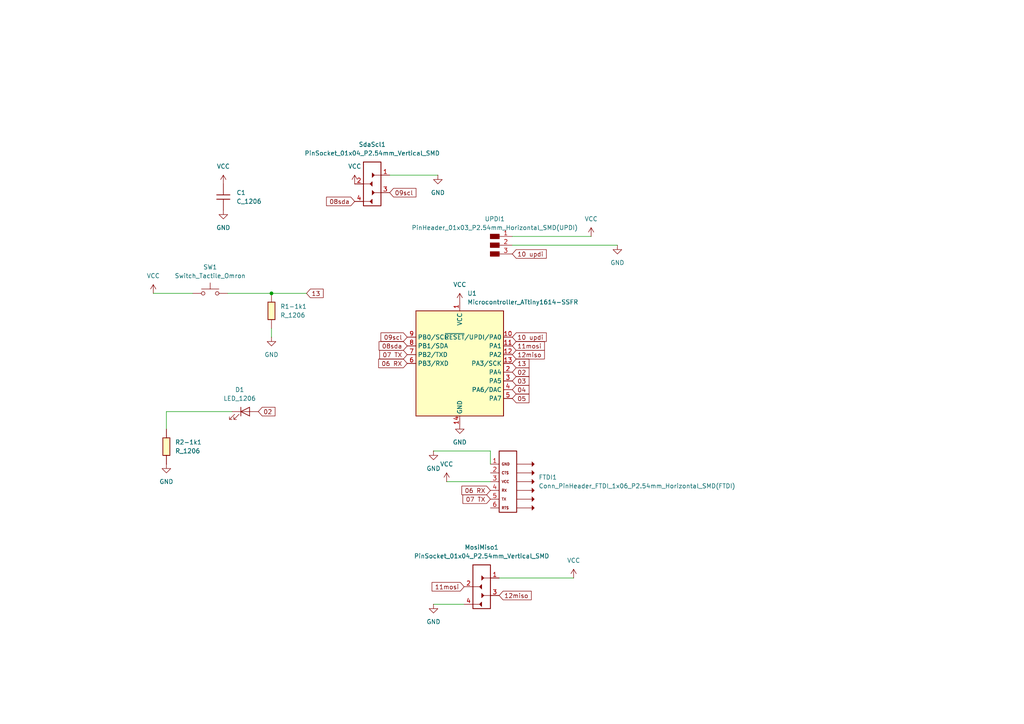
<source format=kicad_sch>
(kicad_sch
	(version 20231120)
	(generator "eeschema")
	(generator_version "8.0")
	(uuid "5e3d46d7-d67d-49e4-a236-f2b15763cdee")
	(paper "A4")
	(lib_symbols
		(symbol "fab:C_1206"
			(pin_numbers hide)
			(exclude_from_sim no)
			(in_bom yes)
			(on_board yes)
			(property "Reference" "C"
				(at 0.635 2.54 0)
				(effects
					(font
						(size 1.27 1.27)
					)
					(justify left)
				)
			)
			(property "Value" "C_1206"
				(at 0.635 -2.54 0)
				(effects
					(font
						(size 1.27 1.27)
					)
					(justify left)
				)
			)
			(property "Footprint" "fab:C_1206"
				(at 0 0 0)
				(effects
					(font
						(size 1.27 1.27)
					)
					(hide yes)
				)
			)
			(property "Datasheet" "https://www.yageo.com/upload/media/product/productsearch/datasheet/mlcc/UPY-GP_NP0_16V-to-50V_18.pdf"
				(at 0 0 0)
				(effects
					(font
						(size 1.27 1.27)
					)
					(hide yes)
				)
			)
			(property "Description" "Unpolarized capacitor, SMD, 1206"
				(at 0 0 0)
				(effects
					(font
						(size 1.27 1.27)
					)
					(hide yes)
				)
			)
			(property "ki_keywords" "cap capacitor unpolarized 1206 C GRT31CC8YA106ME01L C3216X7R1H105K160AB C3216X7R2A104K160AA CC1206CRNPO9BN1R0 CC1206JRNPO9BN100 CC1206JRNPO9BN101 CC1206KKX7RCBB102 CC1206KRX7R9BB103"
				(at 0 0 0)
				(effects
					(font
						(size 1.27 1.27)
					)
					(hide yes)
				)
			)
			(property "ki_fp_filters" "*C*"
				(at 0 0 0)
				(effects
					(font
						(size 1.27 1.27)
					)
					(hide yes)
				)
			)
			(symbol "C_1206_1_1"
				(polyline
					(pts
						(xy -1.905 -0.635) (xy 1.905 -0.635)
					)
					(stroke
						(width 0.25)
						(type default)
					)
					(fill
						(type none)
					)
				)
				(polyline
					(pts
						(xy -1.905 0.635) (xy 1.905 0.635)
					)
					(stroke
						(width 0.25)
						(type default)
					)
					(fill
						(type none)
					)
				)
				(pin passive line
					(at 0 3.81 270)
					(length 3.175)
					(name "~"
						(effects
							(font
								(size 1.27 1.27)
							)
						)
					)
					(number "1"
						(effects
							(font
								(size 1.27 1.27)
							)
						)
					)
				)
				(pin passive line
					(at 0 -3.81 90)
					(length 3.175)
					(name "~"
						(effects
							(font
								(size 1.27 1.27)
							)
						)
					)
					(number "2"
						(effects
							(font
								(size 1.27 1.27)
							)
						)
					)
				)
			)
		)
		(symbol "fab:Conn_PinHeader_FTDI_1x06_P2.54mm_Horizontal_SMD"
			(exclude_from_sim no)
			(in_bom yes)
			(on_board yes)
			(property "Reference" "J"
				(at 0 10.16 0)
				(effects
					(font
						(size 1.27 1.27)
					)
				)
			)
			(property "Value" "Conn_PinHeader_FTDI_1x06_P2.54mm_Horizontal_SMD"
				(at 0 -10.16 0)
				(effects
					(font
						(size 1.27 1.27)
					)
				)
			)
			(property "Footprint" "fab:PinHeader_01x06_P2.54mm_Horizontal_SMD"
				(at 0 0 0)
				(effects
					(font
						(size 1.27 1.27)
					)
					(hide yes)
				)
			)
			(property "Datasheet" "~"
				(at -5.08 0 0)
				(effects
					(font
						(size 1.27 1.27)
					)
					(hide yes)
				)
			)
			(property "Description" "FTDI header connector, usually used on the target board side"
				(at 0 0 0)
				(effects
					(font
						(size 1.27 1.27)
					)
					(hide yes)
				)
			)
			(property "ki_keywords" "FTDI header connector"
				(at 0 0 0)
				(effects
					(font
						(size 1.27 1.27)
					)
					(hide yes)
				)
			)
			(property "ki_fp_filters" "*PinHeader*1x06*"
				(at 0 0 0)
				(effects
					(font
						(size 1.27 1.27)
					)
					(hide yes)
				)
			)
			(symbol "Conn_PinHeader_FTDI_1x06_P2.54mm_Horizontal_SMD_0_0"
				(polyline
					(pts
						(xy 2.54 -7.62) (xy 7.62 -7.62)
					)
					(stroke
						(width 0)
						(type default)
					)
					(fill
						(type none)
					)
				)
				(polyline
					(pts
						(xy 2.54 -5.08) (xy 7.62 -5.08)
					)
					(stroke
						(width 0)
						(type default)
					)
					(fill
						(type none)
					)
				)
				(polyline
					(pts
						(xy 2.54 -2.54) (xy 7.62 -2.54)
					)
					(stroke
						(width 0)
						(type default)
					)
					(fill
						(type none)
					)
				)
				(polyline
					(pts
						(xy 2.54 0) (xy 7.62 0)
					)
					(stroke
						(width 0)
						(type default)
					)
					(fill
						(type none)
					)
				)
				(polyline
					(pts
						(xy 2.54 2.54) (xy 7.62 2.54)
					)
					(stroke
						(width 0)
						(type default)
					)
					(fill
						(type none)
					)
				)
				(polyline
					(pts
						(xy 2.54 5.08) (xy 7.62 5.08)
					)
					(stroke
						(width 0)
						(type default)
					)
					(fill
						(type none)
					)
				)
				(polyline
					(pts
						(xy 6.985 -6.985) (xy 7.62 -7.62) (xy 6.985 -8.255) (xy 6.985 -6.985)
					)
					(stroke
						(width 0)
						(type default)
					)
					(fill
						(type outline)
					)
				)
				(polyline
					(pts
						(xy 6.985 -4.445) (xy 7.62 -5.08) (xy 6.985 -5.715) (xy 6.985 -4.445)
					)
					(stroke
						(width 0)
						(type default)
					)
					(fill
						(type outline)
					)
				)
				(polyline
					(pts
						(xy 6.985 -1.905) (xy 7.62 -2.54) (xy 6.985 -3.175) (xy 6.985 -1.905)
					)
					(stroke
						(width 0)
						(type default)
					)
					(fill
						(type outline)
					)
				)
				(polyline
					(pts
						(xy 6.985 0.635) (xy 7.62 0) (xy 6.985 -0.635) (xy 6.985 0.635)
					)
					(stroke
						(width 0)
						(type default)
					)
					(fill
						(type outline)
					)
				)
				(polyline
					(pts
						(xy 6.985 3.175) (xy 7.62 2.54) (xy 6.985 1.905) (xy 6.985 3.175)
					)
					(stroke
						(width 0)
						(type default)
					)
					(fill
						(type outline)
					)
				)
				(polyline
					(pts
						(xy 6.985 5.715) (xy 7.62 5.08) (xy 6.985 4.445) (xy 6.985 5.715)
					)
					(stroke
						(width 0)
						(type default)
					)
					(fill
						(type outline)
					)
				)
				(text "CTS"
					(at -1.905 2.54 0)
					(effects
						(font
							(size 0.75 0.75)
						)
						(justify left)
					)
				)
				(text "GND"
					(at -1.905 5.08 0)
					(effects
						(font
							(size 0.75 0.75)
						)
						(justify left)
					)
				)
				(text "RTS"
					(at -1.905 -7.62 0)
					(effects
						(font
							(size 0.75 0.75)
						)
						(justify left)
					)
				)
				(text "RX"
					(at -1.905 -2.54 0)
					(effects
						(font
							(size 0.75 0.75)
						)
						(justify left)
					)
				)
				(text "TX"
					(at -1.905 -5.08 0)
					(effects
						(font
							(size 0.75 0.75)
						)
						(justify left)
					)
				)
				(text "VCC"
					(at -1.905 0 0)
					(effects
						(font
							(size 0.75 0.75)
						)
						(justify left)
					)
				)
			)
			(symbol "Conn_PinHeader_FTDI_1x06_P2.54mm_Horizontal_SMD_1_0"
				(rectangle
					(start -2.54 8.89)
					(end 2.54 -8.89)
					(stroke
						(width 0.254)
						(type default)
					)
					(fill
						(type none)
					)
				)
			)
			(symbol "Conn_PinHeader_FTDI_1x06_P2.54mm_Horizontal_SMD_1_1"
				(pin passive line
					(at -5.08 5.08 0)
					(length 2.54)
					(name ""
						(effects
							(font
								(size 1.27 1.27)
							)
						)
					)
					(number "1"
						(effects
							(font
								(size 1.27 1.27)
							)
						)
					)
				)
				(pin passive line
					(at -5.08 2.54 0)
					(length 2.54)
					(name ""
						(effects
							(font
								(size 1.27 1.27)
							)
						)
					)
					(number "2"
						(effects
							(font
								(size 1.27 1.27)
							)
						)
					)
				)
				(pin passive line
					(at -5.08 0 0)
					(length 2.54)
					(name ""
						(effects
							(font
								(size 1.27 1.27)
							)
						)
					)
					(number "3"
						(effects
							(font
								(size 1.27 1.27)
							)
						)
					)
				)
				(pin passive line
					(at -5.08 -2.54 0)
					(length 2.54)
					(name ""
						(effects
							(font
								(size 1.27 1.27)
							)
						)
					)
					(number "4"
						(effects
							(font
								(size 1.27 1.27)
							)
						)
					)
				)
				(pin passive line
					(at -5.08 -5.08 0)
					(length 2.54)
					(name ""
						(effects
							(font
								(size 1.27 1.27)
							)
						)
					)
					(number "5"
						(effects
							(font
								(size 1.27 1.27)
							)
						)
					)
				)
				(pin passive line
					(at -5.08 -7.62 0)
					(length 2.54)
					(name ""
						(effects
							(font
								(size 1.27 1.27)
							)
						)
					)
					(number "6"
						(effects
							(font
								(size 1.27 1.27)
							)
						)
					)
				)
			)
		)
		(symbol "fab:LED_1206"
			(pin_numbers hide)
			(pin_names
				(offset 1.016) hide)
			(exclude_from_sim no)
			(in_bom yes)
			(on_board yes)
			(property "Reference" "D"
				(at 0 2.54 0)
				(effects
					(font
						(size 1.27 1.27)
					)
				)
			)
			(property "Value" "LED_1206"
				(at 0 -2.54 0)
				(effects
					(font
						(size 1.27 1.27)
					)
				)
			)
			(property "Footprint" "fab:LED_1206"
				(at 0 0 0)
				(effects
					(font
						(size 1.27 1.27)
					)
					(hide yes)
				)
			)
			(property "Datasheet" "https://optoelectronics.liteon.com/upload/download/DS-22-98-0002/LTST-C150CKT.pdf"
				(at 0 0 0)
				(effects
					(font
						(size 1.27 1.27)
					)
					(hide yes)
				)
			)
			(property "Description" "Light emitting diode, Lite-On Inc. LTST, SMD"
				(at 0 0 0)
				(effects
					(font
						(size 1.27 1.27)
					)
					(hide yes)
				)
			)
			(property "ki_keywords" "LED diode 1206 SML-LX1206IC-TR SML-LX1206GC-TR 5988230107F 150120BS75000 QBLP650-IW HIR11-21C/L11/TR8"
				(at 0 0 0)
				(effects
					(font
						(size 1.27 1.27)
					)
					(hide yes)
				)
			)
			(property "ki_fp_filters" "*LED*1206*"
				(at 0 0 0)
				(effects
					(font
						(size 1.27 1.27)
					)
					(hide yes)
				)
			)
			(symbol "LED_1206_0_1"
				(polyline
					(pts
						(xy -1.27 -1.27) (xy -1.27 1.27)
					)
					(stroke
						(width 0.2032)
						(type default)
					)
					(fill
						(type none)
					)
				)
				(polyline
					(pts
						(xy -1.27 0) (xy 1.27 0)
					)
					(stroke
						(width 0)
						(type default)
					)
					(fill
						(type none)
					)
				)
				(polyline
					(pts
						(xy 1.27 -1.27) (xy 1.27 1.27) (xy -1.27 0) (xy 1.27 -1.27)
					)
					(stroke
						(width 0.2032)
						(type default)
					)
					(fill
						(type none)
					)
				)
				(polyline
					(pts
						(xy -3.048 -0.762) (xy -4.572 -2.286) (xy -3.81 -2.286) (xy -4.572 -2.286) (xy -4.572 -1.524)
					)
					(stroke
						(width 0)
						(type default)
					)
					(fill
						(type none)
					)
				)
				(polyline
					(pts
						(xy -1.778 -0.762) (xy -3.302 -2.286) (xy -2.54 -2.286) (xy -3.302 -2.286) (xy -3.302 -1.524)
					)
					(stroke
						(width 0)
						(type default)
					)
					(fill
						(type none)
					)
				)
			)
			(symbol "LED_1206_1_1"
				(pin passive line
					(at -3.81 0 0)
					(length 2.54)
					(name "K"
						(effects
							(font
								(size 1.27 1.27)
							)
						)
					)
					(number "1"
						(effects
							(font
								(size 1.27 1.27)
							)
						)
					)
				)
				(pin passive line
					(at 3.81 0 180)
					(length 2.54)
					(name "A"
						(effects
							(font
								(size 1.27 1.27)
							)
						)
					)
					(number "2"
						(effects
							(font
								(size 1.27 1.27)
							)
						)
					)
				)
			)
		)
		(symbol "fab:Microcontroller_ATtiny1614-SSFR"
			(exclude_from_sim no)
			(in_bom yes)
			(on_board yes)
			(property "Reference" "U"
				(at -12.7 17.78 0)
				(effects
					(font
						(size 1.27 1.27)
					)
					(justify left top)
				)
			)
			(property "Value" "Microcontroller_ATtiny1614-SSFR"
				(at 7.62 17.78 0)
				(effects
					(font
						(size 1.27 1.27)
					)
					(justify top)
				)
			)
			(property "Footprint" "fab:SOIC-14_3.9x8.7mm_P1.27mm"
				(at 0 0 0)
				(effects
					(font
						(size 1.27 1.27)
						(italic yes)
					)
					(hide yes)
				)
			)
			(property "Datasheet" "http://ww1.microchip.com/downloads/en/DeviceDoc/ATtiny1614-16-17-DataSheet-DS40002204A.pdf"
				(at 0 0 0)
				(effects
					(font
						(size 1.27 1.27)
					)
					(hide yes)
				)
			)
			(property "Description" "AVR tinyAVR™ 1 Microcontroller IC 8-Bit 16MHz 16KB (16K x 8) FLASH 14-SOIC"
				(at 0 0 0)
				(effects
					(font
						(size 1.27 1.27)
					)
					(hide yes)
				)
			)
			(property "ki_keywords" "avr microcontroller attiny 1614 soic 8bit 150-ATTINY1624-SSFR"
				(at 0 0 0)
				(effects
					(font
						(size 1.27 1.27)
					)
					(hide yes)
				)
			)
			(property "ki_fp_filters" "SOIC*3.9x8.7mm*P1.27mm*"
				(at 0 0 0)
				(effects
					(font
						(size 1.27 1.27)
					)
					(hide yes)
				)
			)
			(symbol "Microcontroller_ATtiny1614-SSFR_0_1"
				(rectangle
					(start -12.7 -15.24)
					(end 12.7 15.24)
					(stroke
						(width 0.254)
						(type default)
					)
					(fill
						(type background)
					)
				)
			)
			(symbol "Microcontroller_ATtiny1614-SSFR_1_1"
				(pin power_in line
					(at 0 17.78 270)
					(length 2.54)
					(name "VCC"
						(effects
							(font
								(size 1.27 1.27)
							)
						)
					)
					(number "1"
						(effects
							(font
								(size 1.27 1.27)
							)
						)
					)
				)
				(pin bidirectional line
					(at 15.24 7.62 180)
					(length 2.54)
					(name "~{RESET}/UPDI/PA0"
						(effects
							(font
								(size 1.27 1.27)
							)
						)
					)
					(number "10"
						(effects
							(font
								(size 1.27 1.27)
							)
						)
					)
				)
				(pin bidirectional line
					(at 15.24 5.08 180)
					(length 2.54)
					(name "PA1"
						(effects
							(font
								(size 1.27 1.27)
							)
						)
					)
					(number "11"
						(effects
							(font
								(size 1.27 1.27)
							)
						)
					)
				)
				(pin bidirectional line
					(at 15.24 2.54 180)
					(length 2.54)
					(name "PA2"
						(effects
							(font
								(size 1.27 1.27)
							)
						)
					)
					(number "12"
						(effects
							(font
								(size 1.27 1.27)
							)
						)
					)
				)
				(pin bidirectional line
					(at 15.24 0 180)
					(length 2.54)
					(name "PA3/SCK"
						(effects
							(font
								(size 1.27 1.27)
							)
						)
					)
					(number "13"
						(effects
							(font
								(size 1.27 1.27)
							)
						)
					)
				)
				(pin power_in line
					(at 0 -17.78 90)
					(length 2.54)
					(name "GND"
						(effects
							(font
								(size 1.27 1.27)
							)
						)
					)
					(number "14"
						(effects
							(font
								(size 1.27 1.27)
							)
						)
					)
				)
				(pin bidirectional line
					(at 15.24 -2.54 180)
					(length 2.54)
					(name "PA4"
						(effects
							(font
								(size 1.27 1.27)
							)
						)
					)
					(number "2"
						(effects
							(font
								(size 1.27 1.27)
							)
						)
					)
				)
				(pin bidirectional line
					(at 15.24 -5.08 180)
					(length 2.54)
					(name "PA5"
						(effects
							(font
								(size 1.27 1.27)
							)
						)
					)
					(number "3"
						(effects
							(font
								(size 1.27 1.27)
							)
						)
					)
				)
				(pin bidirectional line
					(at 15.24 -7.62 180)
					(length 2.54)
					(name "PA6/DAC"
						(effects
							(font
								(size 1.27 1.27)
							)
						)
					)
					(number "4"
						(effects
							(font
								(size 1.27 1.27)
							)
						)
					)
				)
				(pin bidirectional line
					(at 15.24 -10.16 180)
					(length 2.54)
					(name "PA7"
						(effects
							(font
								(size 1.27 1.27)
							)
						)
					)
					(number "5"
						(effects
							(font
								(size 1.27 1.27)
							)
						)
					)
				)
				(pin bidirectional line
					(at -15.24 0 0)
					(length 2.54)
					(name "PB3/RXD"
						(effects
							(font
								(size 1.27 1.27)
							)
						)
					)
					(number "6"
						(effects
							(font
								(size 1.27 1.27)
							)
						)
					)
				)
				(pin bidirectional line
					(at -15.24 2.54 0)
					(length 2.54)
					(name "PB2/TXD"
						(effects
							(font
								(size 1.27 1.27)
							)
						)
					)
					(number "7"
						(effects
							(font
								(size 1.27 1.27)
							)
						)
					)
				)
				(pin bidirectional line
					(at -15.24 5.08 0)
					(length 2.54)
					(name "PB1/SDA"
						(effects
							(font
								(size 1.27 1.27)
							)
						)
					)
					(number "8"
						(effects
							(font
								(size 1.27 1.27)
							)
						)
					)
				)
				(pin bidirectional line
					(at -15.24 7.62 0)
					(length 2.54)
					(name "PB0/SCL"
						(effects
							(font
								(size 1.27 1.27)
							)
						)
					)
					(number "9"
						(effects
							(font
								(size 1.27 1.27)
							)
						)
					)
				)
			)
		)
		(symbol "fab:PinHeader_01x03_P2.54mm_Horizontal_SMD"
			(pin_names hide)
			(exclude_from_sim no)
			(in_bom yes)
			(on_board yes)
			(property "Reference" "J"
				(at 0 5.08 0)
				(effects
					(font
						(size 1.27 1.27)
					)
				)
			)
			(property "Value" "PinHeader_01x03_P2.54mm_Horizontal_SMD"
				(at 0 -5.08 0)
				(effects
					(font
						(size 1.27 1.27)
					)
				)
			)
			(property "Footprint" "fab:PinHeader_01x03_P2.54mm_Horizontal_SMD"
				(at 0 0 0)
				(effects
					(font
						(size 1.27 1.27)
					)
					(hide yes)
				)
			)
			(property "Datasheet" "~"
				(at 0 0 0)
				(effects
					(font
						(size 1.27 1.27)
					)
					(hide yes)
				)
			)
			(property "Description" "Male connector, single row"
				(at 0 0 0)
				(effects
					(font
						(size 1.27 1.27)
					)
					(hide yes)
				)
			)
			(property "ki_keywords" "single row male connector"
				(at 0 0 0)
				(effects
					(font
						(size 1.27 1.27)
					)
					(hide yes)
				)
			)
			(property "ki_fp_filters" "*PinHeader*1x03*"
				(at 0 0 0)
				(effects
					(font
						(size 1.27 1.27)
					)
					(hide yes)
				)
			)
			(symbol "PinHeader_01x03_P2.54mm_Horizontal_SMD_1_1"
				(rectangle
					(start -1.27 -1.905)
					(end 1.27 -3.175)
					(stroke
						(width 0.254)
						(type default)
					)
					(fill
						(type outline)
					)
				)
				(rectangle
					(start -1.27 0.635)
					(end 1.27 -0.635)
					(stroke
						(width 0.254)
						(type default)
					)
					(fill
						(type outline)
					)
				)
				(rectangle
					(start -1.27 3.175)
					(end 1.27 1.905)
					(stroke
						(width 0.254)
						(type default)
					)
					(fill
						(type outline)
					)
				)
				(pin passive line
					(at 5.08 2.54 180)
					(length 3.81)
					(name "Pin_1"
						(effects
							(font
								(size 1.27 1.27)
							)
						)
					)
					(number "1"
						(effects
							(font
								(size 1.27 1.27)
							)
						)
					)
				)
				(pin passive line
					(at 5.08 0 180)
					(length 3.81)
					(name "Pin_2"
						(effects
							(font
								(size 1.27 1.27)
							)
						)
					)
					(number "2"
						(effects
							(font
								(size 1.27 1.27)
							)
						)
					)
				)
				(pin passive line
					(at 5.08 -2.54 180)
					(length 3.81)
					(name "Pin_3"
						(effects
							(font
								(size 1.27 1.27)
							)
						)
					)
					(number "3"
						(effects
							(font
								(size 1.27 1.27)
							)
						)
					)
				)
			)
		)
		(symbol "fab:PinSocket_01x04_P2.54mm_Vertical_SMD"
			(pin_names hide)
			(exclude_from_sim no)
			(in_bom yes)
			(on_board yes)
			(property "Reference" "J"
				(at 0 7.62 0)
				(effects
					(font
						(size 1.27 1.27)
					)
				)
			)
			(property "Value" "PinSocket_01x04_P2.54mm_Vertical_SMD"
				(at 0 -7.62 0)
				(effects
					(font
						(size 1.27 1.27)
					)
				)
			)
			(property "Footprint" "fab:PinSocket_01x04_P2.54mm_Vertical_SMD"
				(at 0 0 0)
				(effects
					(font
						(size 1.27 1.27)
					)
					(hide yes)
				)
			)
			(property "Datasheet" "https://media.digikey.com/pdf/Data%20Sheets/Sullins%20PDFs/NPxCxx1KFXx-RC%2010487-D.pdf"
				(at 0 0 0)
				(effects
					(font
						(size 1.27 1.27)
					)
					(hide yes)
				)
			)
			(property "Description" "Top or Bottom Entry Connector 0.100\" (2.54mm) Surface Mount Tin"
				(at 0 0 0)
				(effects
					(font
						(size 1.27 1.27)
					)
					(hide yes)
				)
			)
			(property "ki_keywords" "single row female connector Sullins Connector Solutions NPTC041KFXC-RC"
				(at 0 0 0)
				(effects
					(font
						(size 1.27 1.27)
					)
					(hide yes)
				)
			)
			(property "ki_fp_filters" "*PinSocket*1x04*"
				(at 0 0 0)
				(effects
					(font
						(size 1.27 1.27)
					)
					(hide yes)
				)
			)
			(symbol "PinSocket_01x04_P2.54mm_Vertical_SMD_0_0"
				(polyline
					(pts
						(xy 0 -5.08) (xy -2.54 -5.08)
					)
					(stroke
						(width 0)
						(type default)
					)
					(fill
						(type none)
					)
				)
				(polyline
					(pts
						(xy 0 0) (xy -2.54 0)
					)
					(stroke
						(width 0)
						(type default)
					)
					(fill
						(type none)
					)
				)
				(polyline
					(pts
						(xy 2.54 -2.54) (xy 0 -2.54)
					)
					(stroke
						(width 0)
						(type default)
					)
					(fill
						(type none)
					)
				)
				(polyline
					(pts
						(xy 2.54 2.54) (xy 0 2.54)
					)
					(stroke
						(width 0)
						(type default)
					)
					(fill
						(type none)
					)
				)
				(polyline
					(pts
						(xy 0 -5.715) (xy -0.635 -5.08) (xy 0 -4.445) (xy 0 -5.715)
					)
					(stroke
						(width 0)
						(type default)
					)
					(fill
						(type outline)
					)
				)
				(polyline
					(pts
						(xy 0 -3.175) (xy 0.635 -2.54) (xy 0 -1.905) (xy 0 -3.175)
					)
					(stroke
						(width 0)
						(type default)
					)
					(fill
						(type outline)
					)
				)
				(polyline
					(pts
						(xy 0 -0.635) (xy -0.635 0) (xy 0 0.635) (xy 0 -0.635)
					)
					(stroke
						(width 0)
						(type default)
					)
					(fill
						(type outline)
					)
				)
				(polyline
					(pts
						(xy 0 1.905) (xy 0.635 2.54) (xy 0 3.175) (xy 0 1.905)
					)
					(stroke
						(width 0)
						(type default)
					)
					(fill
						(type outline)
					)
				)
			)
			(symbol "PinSocket_01x04_P2.54mm_Vertical_SMD_1_0"
				(rectangle
					(start -2.54 6.35)
					(end 2.54 -6.35)
					(stroke
						(width 0.254)
						(type default)
					)
					(fill
						(type none)
					)
				)
			)
			(symbol "PinSocket_01x04_P2.54mm_Vertical_SMD_1_1"
				(pin passive line
					(at 5.08 2.54 180)
					(length 2.54)
					(name "Pin_1"
						(effects
							(font
								(size 1.27 1.27)
							)
						)
					)
					(number "1"
						(effects
							(font
								(size 1.27 1.27)
							)
						)
					)
				)
				(pin passive line
					(at -5.08 0 0)
					(length 2.54)
					(name "Pin_2"
						(effects
							(font
								(size 1.27 1.27)
							)
						)
					)
					(number "2"
						(effects
							(font
								(size 1.27 1.27)
							)
						)
					)
				)
				(pin passive line
					(at 5.08 -2.54 180)
					(length 2.54)
					(name "Pin_1"
						(effects
							(font
								(size 1.27 1.27)
							)
						)
					)
					(number "3"
						(effects
							(font
								(size 1.27 1.27)
							)
						)
					)
				)
				(pin passive line
					(at -5.08 -5.08 0)
					(length 2.54)
					(name "Pin_2"
						(effects
							(font
								(size 1.27 1.27)
							)
						)
					)
					(number "4"
						(effects
							(font
								(size 1.27 1.27)
							)
						)
					)
				)
			)
		)
		(symbol "fab:R_1206"
			(pin_numbers hide)
			(pin_names
				(offset 0)
			)
			(exclude_from_sim no)
			(in_bom yes)
			(on_board yes)
			(property "Reference" "R"
				(at 2.54 0 90)
				(effects
					(font
						(size 1.27 1.27)
					)
				)
			)
			(property "Value" "R_1206"
				(at -2.54 0 90)
				(effects
					(font
						(size 1.27 1.27)
					)
				)
			)
			(property "Footprint" "fab:R_1206"
				(at 0 0 90)
				(effects
					(font
						(size 1.27 1.27)
					)
					(hide yes)
				)
			)
			(property "Datasheet" "~"
				(at 0 0 0)
				(effects
					(font
						(size 1.27 1.27)
					)
					(hide yes)
				)
			)
			(property "Description" "Resistor"
				(at 0 0 0)
				(effects
					(font
						(size 1.27 1.27)
					)
					(hide yes)
				)
			)
			(property "ki_keywords" "R res resistor RC1206FR-074M99L RC1206FR-07499KL RC1206FR-0749K9L RC1206FR-0749R9L RC1206FR-074R99L ERJ-8BWJR100V RC1206FR-070RL RC1206FR-071RL RC1206FR-0710RL RC1206FR-07100RL RC1206FR-07499RL RC1206FR-071KL RC1206FR-074K99L RC1206FR-0710KL RC1206FR-07100KL RC1206FR-071ML RC1206FR-0710ML PT1206FR-070R1L"
				(at 0 0 0)
				(effects
					(font
						(size 1.27 1.27)
					)
					(hide yes)
				)
			)
			(property "ki_fp_filters" "*R*1206*"
				(at 0 0 0)
				(effects
					(font
						(size 1.27 1.27)
					)
					(hide yes)
				)
			)
			(symbol "R_1206_0_1"
				(rectangle
					(start -1.016 -2.54)
					(end 1.016 2.54)
					(stroke
						(width 0.254)
						(type default)
					)
					(fill
						(type background)
					)
				)
			)
			(symbol "R_1206_1_1"
				(pin passive line
					(at 0 5.08 270)
					(length 2.54)
					(name "~"
						(effects
							(font
								(size 1.27 1.27)
							)
						)
					)
					(number "1"
						(effects
							(font
								(size 1.27 1.27)
							)
						)
					)
				)
				(pin passive line
					(at 0 -5.08 90)
					(length 2.54)
					(name "~"
						(effects
							(font
								(size 1.27 1.27)
							)
						)
					)
					(number "2"
						(effects
							(font
								(size 1.27 1.27)
							)
						)
					)
				)
			)
		)
		(symbol "fab:Switch_Tactile_Omron"
			(pin_numbers hide)
			(pin_names
				(offset 1.016) hide)
			(exclude_from_sim no)
			(in_bom yes)
			(on_board yes)
			(property "Reference" "SW"
				(at 1.27 2.54 0)
				(effects
					(font
						(size 1.27 1.27)
					)
					(justify left)
				)
			)
			(property "Value" "Switch_Tactile_Omron"
				(at 0 -1.524 0)
				(effects
					(font
						(size 1.27 1.27)
					)
				)
			)
			(property "Footprint" "fab:Button_Omron_B3SN_6.0x6.0mm"
				(at 0 0 0)
				(effects
					(font
						(size 1.27 1.27)
					)
					(hide yes)
				)
			)
			(property "Datasheet" "https://omronfs.omron.com/en_US/ecb/products/pdf/en-b3sn.pdf"
				(at 0 0 0)
				(effects
					(font
						(size 1.27 1.27)
					)
					(hide yes)
				)
			)
			(property "Description" "Push button switch, Omron, B3SN, Sealed Tactile Switch (SMT), SPST-NO Top Actuated Surface Mount"
				(at 0 0 0)
				(effects
					(font
						(size 1.27 1.27)
					)
					(hide yes)
				)
			)
			(property "ki_keywords" "switch normally-open pushbutton push-button button tactile spst single pole single throw B3SN-3112P"
				(at 0 0 0)
				(effects
					(font
						(size 1.27 1.27)
					)
					(hide yes)
				)
			)
			(property "ki_fp_filters" "*Button*"
				(at 0 0 0)
				(effects
					(font
						(size 1.27 1.27)
					)
					(hide yes)
				)
			)
			(symbol "Switch_Tactile_Omron_0_1"
				(circle
					(center -2.032 0)
					(radius 0.508)
					(stroke
						(width 0)
						(type default)
					)
					(fill
						(type none)
					)
				)
				(polyline
					(pts
						(xy 0 1.27) (xy 0 3.048)
					)
					(stroke
						(width 0)
						(type default)
					)
					(fill
						(type none)
					)
				)
				(polyline
					(pts
						(xy 2.54 1.27) (xy -2.54 1.27)
					)
					(stroke
						(width 0)
						(type default)
					)
					(fill
						(type none)
					)
				)
				(circle
					(center 2.032 0)
					(radius 0.508)
					(stroke
						(width 0)
						(type default)
					)
					(fill
						(type none)
					)
				)
				(pin passive line
					(at -5.08 0 0)
					(length 2.54)
					(name "1"
						(effects
							(font
								(size 1.27 1.27)
							)
						)
					)
					(number "1"
						(effects
							(font
								(size 1.27 1.27)
							)
						)
					)
				)
				(pin passive line
					(at 5.08 0 180)
					(length 2.54)
					(name "2"
						(effects
							(font
								(size 1.27 1.27)
							)
						)
					)
					(number "2"
						(effects
							(font
								(size 1.27 1.27)
							)
						)
					)
				)
			)
		)
		(symbol "power:GND"
			(power)
			(pin_numbers hide)
			(pin_names
				(offset 0) hide)
			(exclude_from_sim no)
			(in_bom yes)
			(on_board yes)
			(property "Reference" "#PWR"
				(at 0 -6.35 0)
				(effects
					(font
						(size 1.27 1.27)
					)
					(hide yes)
				)
			)
			(property "Value" "GND"
				(at 0 -3.81 0)
				(effects
					(font
						(size 1.27 1.27)
					)
				)
			)
			(property "Footprint" ""
				(at 0 0 0)
				(effects
					(font
						(size 1.27 1.27)
					)
					(hide yes)
				)
			)
			(property "Datasheet" ""
				(at 0 0 0)
				(effects
					(font
						(size 1.27 1.27)
					)
					(hide yes)
				)
			)
			(property "Description" "Power symbol creates a global label with name \"GND\" , ground"
				(at 0 0 0)
				(effects
					(font
						(size 1.27 1.27)
					)
					(hide yes)
				)
			)
			(property "ki_keywords" "global power"
				(at 0 0 0)
				(effects
					(font
						(size 1.27 1.27)
					)
					(hide yes)
				)
			)
			(symbol "GND_0_1"
				(polyline
					(pts
						(xy 0 0) (xy 0 -1.27) (xy 1.27 -1.27) (xy 0 -2.54) (xy -1.27 -1.27) (xy 0 -1.27)
					)
					(stroke
						(width 0)
						(type default)
					)
					(fill
						(type none)
					)
				)
			)
			(symbol "GND_1_1"
				(pin power_in line
					(at 0 0 270)
					(length 0)
					(name "~"
						(effects
							(font
								(size 1.27 1.27)
							)
						)
					)
					(number "1"
						(effects
							(font
								(size 1.27 1.27)
							)
						)
					)
				)
			)
		)
		(symbol "power:VCC"
			(power)
			(pin_numbers hide)
			(pin_names
				(offset 0) hide)
			(exclude_from_sim no)
			(in_bom yes)
			(on_board yes)
			(property "Reference" "#PWR"
				(at 0 -3.81 0)
				(effects
					(font
						(size 1.27 1.27)
					)
					(hide yes)
				)
			)
			(property "Value" "VCC"
				(at 0 3.556 0)
				(effects
					(font
						(size 1.27 1.27)
					)
				)
			)
			(property "Footprint" ""
				(at 0 0 0)
				(effects
					(font
						(size 1.27 1.27)
					)
					(hide yes)
				)
			)
			(property "Datasheet" ""
				(at 0 0 0)
				(effects
					(font
						(size 1.27 1.27)
					)
					(hide yes)
				)
			)
			(property "Description" "Power symbol creates a global label with name \"VCC\""
				(at 0 0 0)
				(effects
					(font
						(size 1.27 1.27)
					)
					(hide yes)
				)
			)
			(property "ki_keywords" "global power"
				(at 0 0 0)
				(effects
					(font
						(size 1.27 1.27)
					)
					(hide yes)
				)
			)
			(symbol "VCC_0_1"
				(polyline
					(pts
						(xy -0.762 1.27) (xy 0 2.54)
					)
					(stroke
						(width 0)
						(type default)
					)
					(fill
						(type none)
					)
				)
				(polyline
					(pts
						(xy 0 0) (xy 0 2.54)
					)
					(stroke
						(width 0)
						(type default)
					)
					(fill
						(type none)
					)
				)
				(polyline
					(pts
						(xy 0 2.54) (xy 0.762 1.27)
					)
					(stroke
						(width 0)
						(type default)
					)
					(fill
						(type none)
					)
				)
			)
			(symbol "VCC_1_1"
				(pin power_in line
					(at 0 0 90)
					(length 0)
					(name "~"
						(effects
							(font
								(size 1.27 1.27)
							)
						)
					)
					(number "1"
						(effects
							(font
								(size 1.27 1.27)
							)
						)
					)
				)
			)
		)
	)
	(junction
		(at 78.74 85.09)
		(diameter 0)
		(color 0 0 0 0)
		(uuid "467415ba-bf17-4e0e-b746-843b6a73268a")
	)
	(wire
		(pts
			(xy 148.59 71.12) (xy 179.07 71.12)
		)
		(stroke
			(width 0)
			(type default)
		)
		(uuid "2899f5b5-9dea-4512-a965-0b4de280908b")
	)
	(wire
		(pts
			(xy 66.04 85.09) (xy 78.74 85.09)
		)
		(stroke
			(width 0)
			(type default)
		)
		(uuid "2f1e37f7-38cc-49bc-ae1b-40585417c759")
	)
	(wire
		(pts
			(xy 78.74 95.25) (xy 78.74 97.79)
		)
		(stroke
			(width 0)
			(type default)
		)
		(uuid "32538aae-f17e-4b68-85d2-03ac37a90401")
	)
	(wire
		(pts
			(xy 129.54 139.7) (xy 142.24 139.7)
		)
		(stroke
			(width 0)
			(type default)
		)
		(uuid "33e4af21-d1a7-4db7-92b5-b9f0d2544b6e")
	)
	(wire
		(pts
			(xy 142.24 130.81) (xy 142.24 134.62)
		)
		(stroke
			(width 0)
			(type default)
		)
		(uuid "34a6a82e-95bf-4b62-b09d-25c2169d48ab")
	)
	(wire
		(pts
			(xy 125.73 130.81) (xy 142.24 130.81)
		)
		(stroke
			(width 0)
			(type default)
		)
		(uuid "4669c7a1-6400-4940-ab84-63d3e7ca1723")
	)
	(wire
		(pts
			(xy 144.78 167.64) (xy 166.37 167.64)
		)
		(stroke
			(width 0)
			(type default)
		)
		(uuid "46fa4157-8c06-4164-9561-95d8c9dbd36f")
	)
	(wire
		(pts
			(xy 48.26 119.38) (xy 67.31 119.38)
		)
		(stroke
			(width 0)
			(type default)
		)
		(uuid "642f017a-7ed4-49ad-a986-8b428fcad501")
	)
	(wire
		(pts
			(xy 48.26 124.46) (xy 48.26 119.38)
		)
		(stroke
			(width 0)
			(type default)
		)
		(uuid "ab04b664-0041-4f97-acb5-95e3e94d0abc")
	)
	(wire
		(pts
			(xy 125.73 175.26) (xy 134.62 175.26)
		)
		(stroke
			(width 0)
			(type default)
		)
		(uuid "b5d378b3-ee78-4b94-927f-ed069f20bc83")
	)
	(wire
		(pts
			(xy 78.74 85.09) (xy 88.9 85.09)
		)
		(stroke
			(width 0)
			(type default)
		)
		(uuid "c58269d3-4600-42e2-ac55-6dd0c7749aeb")
	)
	(wire
		(pts
			(xy 44.45 85.09) (xy 55.88 85.09)
		)
		(stroke
			(width 0)
			(type default)
		)
		(uuid "db0504e5-81af-4691-b515-4f19a3b24efc")
	)
	(wire
		(pts
			(xy 148.59 68.58) (xy 171.45 68.58)
		)
		(stroke
			(width 0)
			(type default)
		)
		(uuid "dc93c0cf-767a-4cdd-b1eb-514b33767a7d")
	)
	(wire
		(pts
			(xy 113.03 50.8) (xy 127 50.8)
		)
		(stroke
			(width 0)
			(type default)
		)
		(uuid "eeed2de8-1ccc-40aa-a570-f6455a995d7f")
	)
	(global_label "07 TX"
		(shape input)
		(at 142.24 144.78 180)
		(fields_autoplaced yes)
		(effects
			(font
				(size 1.27 1.27)
			)
			(justify right)
		)
		(uuid "028295db-f15a-47b9-b73e-22e724acf8f7")
		(property "Intersheetrefs" "${INTERSHEET_REFS}"
			(at 133.6911 144.78 0)
			(effects
				(font
					(size 1.27 1.27)
				)
				(justify right)
				(hide yes)
			)
		)
	)
	(global_label "12miso"
		(shape input)
		(at 144.78 172.72 0)
		(fields_autoplaced yes)
		(effects
			(font
				(size 1.27 1.27)
			)
			(justify left)
		)
		(uuid "21881f8c-b059-477e-a9d8-982d02c22484")
		(property "Intersheetrefs" "${INTERSHEET_REFS}"
			(at 154.6594 172.72 0)
			(effects
				(font
					(size 1.27 1.27)
				)
				(justify left)
				(hide yes)
			)
		)
	)
	(global_label "11mosi"
		(shape input)
		(at 134.62 170.18 180)
		(fields_autoplaced yes)
		(effects
			(font
				(size 1.27 1.27)
			)
			(justify right)
		)
		(uuid "259de7d3-e1c8-4769-a182-c54860674841")
		(property "Intersheetrefs" "${INTERSHEET_REFS}"
			(at 124.7406 170.18 0)
			(effects
				(font
					(size 1.27 1.27)
				)
				(justify right)
				(hide yes)
			)
		)
	)
	(global_label "08sda"
		(shape input)
		(at 118.11 100.33 180)
		(fields_autoplaced yes)
		(effects
			(font
				(size 1.27 1.27)
			)
			(justify right)
		)
		(uuid "2ca98078-3a3b-4717-b207-65401c3e9d08")
		(property "Intersheetrefs" "${INTERSHEET_REFS}"
			(at 109.3797 100.33 0)
			(effects
				(font
					(size 1.27 1.27)
				)
				(justify right)
				(hide yes)
			)
		)
	)
	(global_label "10 updi"
		(shape input)
		(at 148.59 97.79 0)
		(fields_autoplaced yes)
		(effects
			(font
				(size 1.27 1.27)
			)
			(justify left)
		)
		(uuid "2db77459-f94a-4911-8a2c-248d7140ff8c")
		(property "Intersheetrefs" "${INTERSHEET_REFS}"
			(at 159.0136 97.79 0)
			(effects
				(font
					(size 1.27 1.27)
				)
				(justify left)
				(hide yes)
			)
		)
	)
	(global_label "02"
		(shape input)
		(at 148.59 107.95 0)
		(fields_autoplaced yes)
		(effects
			(font
				(size 1.27 1.27)
			)
			(justify left)
		)
		(uuid "3524a3d4-514d-4e82-bd1e-2cd6dcb63ea8")
		(property "Intersheetrefs" "${INTERSHEET_REFS}"
			(at 153.9942 107.95 0)
			(effects
				(font
					(size 1.27 1.27)
				)
				(justify left)
				(hide yes)
			)
		)
	)
	(global_label "03"
		(shape input)
		(at 148.59 110.49 0)
		(fields_autoplaced yes)
		(effects
			(font
				(size 1.27 1.27)
			)
			(justify left)
		)
		(uuid "3de51c3a-64ac-466d-910d-79e9d722f8eb")
		(property "Intersheetrefs" "${INTERSHEET_REFS}"
			(at 153.9942 110.49 0)
			(effects
				(font
					(size 1.27 1.27)
				)
				(justify left)
				(hide yes)
			)
		)
	)
	(global_label "06 RX"
		(shape input)
		(at 142.24 142.24 180)
		(fields_autoplaced yes)
		(effects
			(font
				(size 1.27 1.27)
			)
			(justify right)
		)
		(uuid "414d474d-0376-4e08-9097-eaf944367983")
		(property "Intersheetrefs" "${INTERSHEET_REFS}"
			(at 133.3887 142.24 0)
			(effects
				(font
					(size 1.27 1.27)
				)
				(justify right)
				(hide yes)
			)
		)
	)
	(global_label "12miso"
		(shape input)
		(at 148.59 102.87 0)
		(fields_autoplaced yes)
		(effects
			(font
				(size 1.27 1.27)
			)
			(justify left)
		)
		(uuid "4805a988-faa2-4211-9977-c7084c359d47")
		(property "Intersheetrefs" "${INTERSHEET_REFS}"
			(at 158.4694 102.87 0)
			(effects
				(font
					(size 1.27 1.27)
				)
				(justify left)
				(hide yes)
			)
		)
	)
	(global_label "10 updi"
		(shape input)
		(at 148.59 73.66 0)
		(fields_autoplaced yes)
		(effects
			(font
				(size 1.27 1.27)
			)
			(justify left)
		)
		(uuid "6925af8f-fadc-4b96-bb00-c144720050e3")
		(property "Intersheetrefs" "${INTERSHEET_REFS}"
			(at 159.0136 73.66 0)
			(effects
				(font
					(size 1.27 1.27)
				)
				(justify left)
				(hide yes)
			)
		)
	)
	(global_label "02"
		(shape input)
		(at 74.93 119.38 0)
		(fields_autoplaced yes)
		(effects
			(font
				(size 1.27 1.27)
			)
			(justify left)
		)
		(uuid "7ab1fd8e-8d84-40da-8be3-fc563f8f4db5")
		(property "Intersheetrefs" "${INTERSHEET_REFS}"
			(at 80.3342 119.38 0)
			(effects
				(font
					(size 1.27 1.27)
				)
				(justify left)
				(hide yes)
			)
		)
	)
	(global_label "07 TX"
		(shape input)
		(at 118.11 102.87 180)
		(fields_autoplaced yes)
		(effects
			(font
				(size 1.27 1.27)
			)
			(justify right)
		)
		(uuid "84eec547-d022-4588-bc53-a74c565f4ee4")
		(property "Intersheetrefs" "${INTERSHEET_REFS}"
			(at 109.5611 102.87 0)
			(effects
				(font
					(size 1.27 1.27)
				)
				(justify right)
				(hide yes)
			)
		)
	)
	(global_label "11mosi"
		(shape input)
		(at 148.59 100.33 0)
		(fields_autoplaced yes)
		(effects
			(font
				(size 1.27 1.27)
			)
			(justify left)
		)
		(uuid "8e22036e-c0dc-45c5-9a04-3916472d42b5")
		(property "Intersheetrefs" "${INTERSHEET_REFS}"
			(at 158.4694 100.33 0)
			(effects
				(font
					(size 1.27 1.27)
				)
				(justify left)
				(hide yes)
			)
		)
	)
	(global_label "09scl"
		(shape input)
		(at 118.11 97.79 180)
		(fields_autoplaced yes)
		(effects
			(font
				(size 1.27 1.27)
			)
			(justify right)
		)
		(uuid "9b9a1458-feb4-4284-b101-93a884e97d6e")
		(property "Intersheetrefs" "${INTERSHEET_REFS}"
			(at 109.9239 97.79 0)
			(effects
				(font
					(size 1.27 1.27)
				)
				(justify right)
				(hide yes)
			)
		)
	)
	(global_label "08sda"
		(shape input)
		(at 102.87 58.42 180)
		(fields_autoplaced yes)
		(effects
			(font
				(size 1.27 1.27)
			)
			(justify right)
		)
		(uuid "9dfbbd41-ffc9-40aa-a75a-2a21e66800d3")
		(property "Intersheetrefs" "${INTERSHEET_REFS}"
			(at 94.1397 58.42 0)
			(effects
				(font
					(size 1.27 1.27)
				)
				(justify right)
				(hide yes)
			)
		)
	)
	(global_label "09scl"
		(shape input)
		(at 113.03 55.88 0)
		(fields_autoplaced yes)
		(effects
			(font
				(size 1.27 1.27)
			)
			(justify left)
		)
		(uuid "aa700e22-889f-4c3b-992f-6427549ffc99")
		(property "Intersheetrefs" "${INTERSHEET_REFS}"
			(at 121.2161 55.88 0)
			(effects
				(font
					(size 1.27 1.27)
				)
				(justify left)
				(hide yes)
			)
		)
	)
	(global_label "05"
		(shape input)
		(at 148.59 115.57 0)
		(fields_autoplaced yes)
		(effects
			(font
				(size 1.27 1.27)
			)
			(justify left)
		)
		(uuid "b59e6d2a-1655-4f7d-92bd-e4032b9d58db")
		(property "Intersheetrefs" "${INTERSHEET_REFS}"
			(at 153.9942 115.57 0)
			(effects
				(font
					(size 1.27 1.27)
				)
				(justify left)
				(hide yes)
			)
		)
	)
	(global_label "06 RX"
		(shape input)
		(at 118.11 105.41 180)
		(fields_autoplaced yes)
		(effects
			(font
				(size 1.27 1.27)
			)
			(justify right)
		)
		(uuid "d08b9040-541c-40fa-b370-793e4a216897")
		(property "Intersheetrefs" "${INTERSHEET_REFS}"
			(at 109.2587 105.41 0)
			(effects
				(font
					(size 1.27 1.27)
				)
				(justify right)
				(hide yes)
			)
		)
	)
	(global_label "13"
		(shape input)
		(at 148.59 105.41 0)
		(fields_autoplaced yes)
		(effects
			(font
				(size 1.27 1.27)
			)
			(justify left)
		)
		(uuid "e521951e-32e4-4d4e-a328-28a4b767379b")
		(property "Intersheetrefs" "${INTERSHEET_REFS}"
			(at 153.9942 105.41 0)
			(effects
				(font
					(size 1.27 1.27)
				)
				(justify left)
				(hide yes)
			)
		)
	)
	(global_label "04"
		(shape input)
		(at 148.59 113.03 0)
		(fields_autoplaced yes)
		(effects
			(font
				(size 1.27 1.27)
			)
			(justify left)
		)
		(uuid "e63c246d-6de1-4d09-8823-7f40a278c26a")
		(property "Intersheetrefs" "${INTERSHEET_REFS}"
			(at 153.9942 113.03 0)
			(effects
				(font
					(size 1.27 1.27)
				)
				(justify left)
				(hide yes)
			)
		)
	)
	(global_label "13"
		(shape input)
		(at 88.9 85.09 0)
		(fields_autoplaced yes)
		(effects
			(font
				(size 1.27 1.27)
			)
			(justify left)
		)
		(uuid "eabbad15-71cc-4699-b43f-5f722f23890b")
		(property "Intersheetrefs" "${INTERSHEET_REFS}"
			(at 94.3042 85.09 0)
			(effects
				(font
					(size 1.27 1.27)
				)
				(justify left)
				(hide yes)
			)
		)
	)
	(symbol
		(lib_id "power:GND")
		(at 125.73 175.26 0)
		(unit 1)
		(exclude_from_sim no)
		(in_bom yes)
		(on_board yes)
		(dnp no)
		(fields_autoplaced yes)
		(uuid "006e99e2-dd86-40ee-886b-c1a641d6c687")
		(property "Reference" "#PWR017"
			(at 125.73 181.61 0)
			(effects
				(font
					(size 1.27 1.27)
				)
				(hide yes)
			)
		)
		(property "Value" "GND"
			(at 125.73 180.34 0)
			(effects
				(font
					(size 1.27 1.27)
				)
			)
		)
		(property "Footprint" ""
			(at 125.73 175.26 0)
			(effects
				(font
					(size 1.27 1.27)
				)
				(hide yes)
			)
		)
		(property "Datasheet" ""
			(at 125.73 175.26 0)
			(effects
				(font
					(size 1.27 1.27)
				)
				(hide yes)
			)
		)
		(property "Description" "Power symbol creates a global label with name \"GND\" , ground"
			(at 125.73 175.26 0)
			(effects
				(font
					(size 1.27 1.27)
				)
				(hide yes)
			)
		)
		(pin "1"
			(uuid "eac2c53f-1832-4b78-ad09-7bbad2682006")
		)
		(instances
			(project "finalrebuild"
				(path "/5e3d46d7-d67d-49e4-a236-f2b15763cdee"
					(reference "#PWR017")
					(unit 1)
				)
			)
		)
	)
	(symbol
		(lib_id "fab:Switch_Tactile_Omron")
		(at 60.96 85.09 0)
		(unit 1)
		(exclude_from_sim no)
		(in_bom yes)
		(on_board yes)
		(dnp no)
		(fields_autoplaced yes)
		(uuid "08b3dd8f-4956-4218-8e3a-c74dce98f37e")
		(property "Reference" "SW1"
			(at 60.96 77.47 0)
			(effects
				(font
					(size 1.27 1.27)
				)
			)
		)
		(property "Value" "Switch_Tactile_Omron"
			(at 60.96 80.01 0)
			(effects
				(font
					(size 1.27 1.27)
				)
			)
		)
		(property "Footprint" "fabp:Button_Omron_B3SN_6.0x6.0mm"
			(at 60.96 85.09 0)
			(effects
				(font
					(size 1.27 1.27)
				)
				(hide yes)
			)
		)
		(property "Datasheet" "https://omronfs.omron.com/en_US/ecb/products/pdf/en-b3sn.pdf"
			(at 60.96 85.09 0)
			(effects
				(font
					(size 1.27 1.27)
				)
				(hide yes)
			)
		)
		(property "Description" "Push button switch, Omron, B3SN, Sealed Tactile Switch (SMT), SPST-NO Top Actuated Surface Mount"
			(at 60.96 85.09 0)
			(effects
				(font
					(size 1.27 1.27)
				)
				(hide yes)
			)
		)
		(pin "2"
			(uuid "db35614e-5359-4951-9286-d57c7dfdce73")
		)
		(pin "1"
			(uuid "22d802ee-2809-4d46-99cf-5944425af0db")
		)
		(instances
			(project ""
				(path "/5e3d46d7-d67d-49e4-a236-f2b15763cdee"
					(reference "SW1")
					(unit 1)
				)
			)
		)
	)
	(symbol
		(lib_id "fab:R_1206")
		(at 48.26 129.54 0)
		(unit 1)
		(exclude_from_sim no)
		(in_bom yes)
		(on_board yes)
		(dnp no)
		(fields_autoplaced yes)
		(uuid "0f34a40c-fd6d-475d-bf17-f10b52f7763f")
		(property "Reference" "R2-1k1"
			(at 50.8 128.2699 0)
			(effects
				(font
					(size 1.27 1.27)
				)
				(justify left)
			)
		)
		(property "Value" "R_1206"
			(at 50.8 130.8099 0)
			(effects
				(font
					(size 1.27 1.27)
				)
				(justify left)
			)
		)
		(property "Footprint" "fabp:R_1206"
			(at 48.26 129.54 90)
			(effects
				(font
					(size 1.27 1.27)
				)
				(hide yes)
			)
		)
		(property "Datasheet" "~"
			(at 48.26 129.54 0)
			(effects
				(font
					(size 1.27 1.27)
				)
				(hide yes)
			)
		)
		(property "Description" "Resistor"
			(at 48.26 129.54 0)
			(effects
				(font
					(size 1.27 1.27)
				)
				(hide yes)
			)
		)
		(pin "2"
			(uuid "5e975411-e514-4a6e-af93-ef79f8e53cbd")
		)
		(pin "1"
			(uuid "32387fa6-ef3b-4b69-8221-232a1ca3b605")
		)
		(instances
			(project "finalrebuild"
				(path "/5e3d46d7-d67d-49e4-a236-f2b15763cdee"
					(reference "R2-1k1")
					(unit 1)
				)
			)
		)
	)
	(symbol
		(lib_id "power:GND")
		(at 64.77 60.96 0)
		(unit 1)
		(exclude_from_sim no)
		(in_bom yes)
		(on_board yes)
		(dnp no)
		(fields_autoplaced yes)
		(uuid "10e5b1a9-1315-427c-add7-8f97de6b1828")
		(property "Reference" "#PWR05"
			(at 64.77 67.31 0)
			(effects
				(font
					(size 1.27 1.27)
				)
				(hide yes)
			)
		)
		(property "Value" "GND"
			(at 64.77 66.04 0)
			(effects
				(font
					(size 1.27 1.27)
				)
			)
		)
		(property "Footprint" ""
			(at 64.77 60.96 0)
			(effects
				(font
					(size 1.27 1.27)
				)
				(hide yes)
			)
		)
		(property "Datasheet" ""
			(at 64.77 60.96 0)
			(effects
				(font
					(size 1.27 1.27)
				)
				(hide yes)
			)
		)
		(property "Description" "Power symbol creates a global label with name \"GND\" , ground"
			(at 64.77 60.96 0)
			(effects
				(font
					(size 1.27 1.27)
				)
				(hide yes)
			)
		)
		(pin "1"
			(uuid "957e0346-58d1-4be0-a0f9-63ade580a9bf")
		)
		(instances
			(project "finalrebuild"
				(path "/5e3d46d7-d67d-49e4-a236-f2b15763cdee"
					(reference "#PWR05")
					(unit 1)
				)
			)
		)
	)
	(symbol
		(lib_id "power:GND")
		(at 78.74 97.79 0)
		(unit 1)
		(exclude_from_sim no)
		(in_bom yes)
		(on_board yes)
		(dnp no)
		(fields_autoplaced yes)
		(uuid "10f019cb-e59d-4c64-be77-685044838cfd")
		(property "Reference" "#PWR011"
			(at 78.74 104.14 0)
			(effects
				(font
					(size 1.27 1.27)
				)
				(hide yes)
			)
		)
		(property "Value" "GND"
			(at 78.74 102.87 0)
			(effects
				(font
					(size 1.27 1.27)
				)
			)
		)
		(property "Footprint" ""
			(at 78.74 97.79 0)
			(effects
				(font
					(size 1.27 1.27)
				)
				(hide yes)
			)
		)
		(property "Datasheet" ""
			(at 78.74 97.79 0)
			(effects
				(font
					(size 1.27 1.27)
				)
				(hide yes)
			)
		)
		(property "Description" "Power symbol creates a global label with name \"GND\" , ground"
			(at 78.74 97.79 0)
			(effects
				(font
					(size 1.27 1.27)
				)
				(hide yes)
			)
		)
		(pin "1"
			(uuid "aa0908ce-e5e1-40fa-8f9b-21edf12b955e")
		)
		(instances
			(project "finalrebuild"
				(path "/5e3d46d7-d67d-49e4-a236-f2b15763cdee"
					(reference "#PWR011")
					(unit 1)
				)
			)
		)
	)
	(symbol
		(lib_id "power:GND")
		(at 127 50.8 0)
		(unit 1)
		(exclude_from_sim no)
		(in_bom yes)
		(on_board yes)
		(dnp no)
		(fields_autoplaced yes)
		(uuid "11553ef2-5fd9-46d1-844b-0ab8219960fe")
		(property "Reference" "#PWR06"
			(at 127 57.15 0)
			(effects
				(font
					(size 1.27 1.27)
				)
				(hide yes)
			)
		)
		(property "Value" "GND"
			(at 127 55.88 0)
			(effects
				(font
					(size 1.27 1.27)
				)
			)
		)
		(property "Footprint" ""
			(at 127 50.8 0)
			(effects
				(font
					(size 1.27 1.27)
				)
				(hide yes)
			)
		)
		(property "Datasheet" ""
			(at 127 50.8 0)
			(effects
				(font
					(size 1.27 1.27)
				)
				(hide yes)
			)
		)
		(property "Description" "Power symbol creates a global label with name \"GND\" , ground"
			(at 127 50.8 0)
			(effects
				(font
					(size 1.27 1.27)
				)
				(hide yes)
			)
		)
		(pin "1"
			(uuid "2a4c9ead-35b4-43ae-8122-127b9997e3f4")
		)
		(instances
			(project "finalrebuild"
				(path "/5e3d46d7-d67d-49e4-a236-f2b15763cdee"
					(reference "#PWR06")
					(unit 1)
				)
			)
		)
	)
	(symbol
		(lib_id "power:GND")
		(at 125.73 130.81 0)
		(unit 1)
		(exclude_from_sim no)
		(in_bom yes)
		(on_board yes)
		(dnp no)
		(fields_autoplaced yes)
		(uuid "15d0052b-6985-4738-9fc0-eac94ced05fc")
		(property "Reference" "#PWR03"
			(at 125.73 137.16 0)
			(effects
				(font
					(size 1.27 1.27)
				)
				(hide yes)
			)
		)
		(property "Value" "GND"
			(at 125.73 135.89 0)
			(effects
				(font
					(size 1.27 1.27)
				)
			)
		)
		(property "Footprint" ""
			(at 125.73 130.81 0)
			(effects
				(font
					(size 1.27 1.27)
				)
				(hide yes)
			)
		)
		(property "Datasheet" ""
			(at 125.73 130.81 0)
			(effects
				(font
					(size 1.27 1.27)
				)
				(hide yes)
			)
		)
		(property "Description" "Power symbol creates a global label with name \"GND\" , ground"
			(at 125.73 130.81 0)
			(effects
				(font
					(size 1.27 1.27)
				)
				(hide yes)
			)
		)
		(pin "1"
			(uuid "6608473d-d05c-4122-b8cd-b5e73b53d16c")
		)
		(instances
			(project "finalrebuild"
				(path "/5e3d46d7-d67d-49e4-a236-f2b15763cdee"
					(reference "#PWR03")
					(unit 1)
				)
			)
		)
	)
	(symbol
		(lib_id "power:VCC")
		(at 171.45 68.58 0)
		(unit 1)
		(exclude_from_sim no)
		(in_bom yes)
		(on_board yes)
		(dnp no)
		(fields_autoplaced yes)
		(uuid "1ddb0724-1b4b-44bc-a929-db8d1f4c73e1")
		(property "Reference" "#PWR08"
			(at 171.45 72.39 0)
			(effects
				(font
					(size 1.27 1.27)
				)
				(hide yes)
			)
		)
		(property "Value" "VCC"
			(at 171.45 63.5 0)
			(effects
				(font
					(size 1.27 1.27)
				)
			)
		)
		(property "Footprint" ""
			(at 171.45 68.58 0)
			(effects
				(font
					(size 1.27 1.27)
				)
				(hide yes)
			)
		)
		(property "Datasheet" ""
			(at 171.45 68.58 0)
			(effects
				(font
					(size 1.27 1.27)
				)
				(hide yes)
			)
		)
		(property "Description" "Power symbol creates a global label with name \"VCC\""
			(at 171.45 68.58 0)
			(effects
				(font
					(size 1.27 1.27)
				)
				(hide yes)
			)
		)
		(pin "1"
			(uuid "7a5833b5-ff3e-44a6-9a34-4e943ceea178")
		)
		(instances
			(project "finalrebuild"
				(path "/5e3d46d7-d67d-49e4-a236-f2b15763cdee"
					(reference "#PWR08")
					(unit 1)
				)
			)
		)
	)
	(symbol
		(lib_id "power:VCC")
		(at 133.35 87.63 0)
		(unit 1)
		(exclude_from_sim no)
		(in_bom yes)
		(on_board yes)
		(dnp no)
		(fields_autoplaced yes)
		(uuid "262552cd-a9e5-4fac-8bcd-884d67115483")
		(property "Reference" "#PWR02"
			(at 133.35 91.44 0)
			(effects
				(font
					(size 1.27 1.27)
				)
				(hide yes)
			)
		)
		(property "Value" "VCC"
			(at 133.35 82.55 0)
			(effects
				(font
					(size 1.27 1.27)
				)
			)
		)
		(property "Footprint" ""
			(at 133.35 87.63 0)
			(effects
				(font
					(size 1.27 1.27)
				)
				(hide yes)
			)
		)
		(property "Datasheet" ""
			(at 133.35 87.63 0)
			(effects
				(font
					(size 1.27 1.27)
				)
				(hide yes)
			)
		)
		(property "Description" "Power symbol creates a global label with name \"VCC\""
			(at 133.35 87.63 0)
			(effects
				(font
					(size 1.27 1.27)
				)
				(hide yes)
			)
		)
		(pin "1"
			(uuid "9cdb8b38-337a-4bd7-8482-112a6a2b11fc")
		)
		(instances
			(project ""
				(path "/5e3d46d7-d67d-49e4-a236-f2b15763cdee"
					(reference "#PWR02")
					(unit 1)
				)
			)
		)
	)
	(symbol
		(lib_id "power:GND")
		(at 133.35 123.19 0)
		(unit 1)
		(exclude_from_sim no)
		(in_bom yes)
		(on_board yes)
		(dnp no)
		(fields_autoplaced yes)
		(uuid "4f21c543-4280-4d3f-9ba3-f962ea9ec2e0")
		(property "Reference" "#PWR01"
			(at 133.35 129.54 0)
			(effects
				(font
					(size 1.27 1.27)
				)
				(hide yes)
			)
		)
		(property "Value" "GND"
			(at 133.35 128.27 0)
			(effects
				(font
					(size 1.27 1.27)
				)
			)
		)
		(property "Footprint" ""
			(at 133.35 123.19 0)
			(effects
				(font
					(size 1.27 1.27)
				)
				(hide yes)
			)
		)
		(property "Datasheet" ""
			(at 133.35 123.19 0)
			(effects
				(font
					(size 1.27 1.27)
				)
				(hide yes)
			)
		)
		(property "Description" "Power symbol creates a global label with name \"GND\" , ground"
			(at 133.35 123.19 0)
			(effects
				(font
					(size 1.27 1.27)
				)
				(hide yes)
			)
		)
		(pin "1"
			(uuid "646e56e5-4fcb-48f4-b38f-18c345eca7ad")
		)
		(instances
			(project ""
				(path "/5e3d46d7-d67d-49e4-a236-f2b15763cdee"
					(reference "#PWR01")
					(unit 1)
				)
			)
		)
	)
	(symbol
		(lib_id "power:VCC")
		(at 129.54 139.7 0)
		(unit 1)
		(exclude_from_sim no)
		(in_bom yes)
		(on_board yes)
		(dnp no)
		(fields_autoplaced yes)
		(uuid "524b1c49-1c9f-48b7-8106-4bb52fc79f2b")
		(property "Reference" "#PWR014"
			(at 129.54 143.51 0)
			(effects
				(font
					(size 1.27 1.27)
				)
				(hide yes)
			)
		)
		(property "Value" "VCC"
			(at 129.54 134.62 0)
			(effects
				(font
					(size 1.27 1.27)
				)
			)
		)
		(property "Footprint" ""
			(at 129.54 139.7 0)
			(effects
				(font
					(size 1.27 1.27)
				)
				(hide yes)
			)
		)
		(property "Datasheet" ""
			(at 129.54 139.7 0)
			(effects
				(font
					(size 1.27 1.27)
				)
				(hide yes)
			)
		)
		(property "Description" "Power symbol creates a global label with name \"VCC\""
			(at 129.54 139.7 0)
			(effects
				(font
					(size 1.27 1.27)
				)
				(hide yes)
			)
		)
		(pin "1"
			(uuid "d61efc8a-366e-4fd8-a80b-2cb6e48a5458")
		)
		(instances
			(project "finalrebuild"
				(path "/5e3d46d7-d67d-49e4-a236-f2b15763cdee"
					(reference "#PWR014")
					(unit 1)
				)
			)
		)
	)
	(symbol
		(lib_id "fab:C_1206")
		(at 64.77 57.15 0)
		(unit 1)
		(exclude_from_sim no)
		(in_bom yes)
		(on_board yes)
		(dnp no)
		(fields_autoplaced yes)
		(uuid "52d8bc50-ba3e-4e4f-a7f5-ae32590ed79e")
		(property "Reference" "C1"
			(at 68.58 55.8799 0)
			(effects
				(font
					(size 1.27 1.27)
				)
				(justify left)
			)
		)
		(property "Value" "C_1206"
			(at 68.58 58.4199 0)
			(effects
				(font
					(size 1.27 1.27)
				)
				(justify left)
			)
		)
		(property "Footprint" "Capacitor_SMD:C_1206_3216Metric"
			(at 64.77 57.15 0)
			(effects
				(font
					(size 1.27 1.27)
				)
				(hide yes)
			)
		)
		(property "Datasheet" "https://www.yageo.com/upload/media/product/productsearch/datasheet/mlcc/UPY-GP_NP0_16V-to-50V_18.pdf"
			(at 64.77 57.15 0)
			(effects
				(font
					(size 1.27 1.27)
				)
				(hide yes)
			)
		)
		(property "Description" "Unpolarized capacitor, SMD, 1206"
			(at 64.77 57.15 0)
			(effects
				(font
					(size 1.27 1.27)
				)
				(hide yes)
			)
		)
		(pin "2"
			(uuid "2f95cb43-d2ef-4744-859e-06e27992f8a3")
		)
		(pin "1"
			(uuid "07fb1e2b-9997-4823-b80b-45ef707ee682")
		)
		(instances
			(project ""
				(path "/5e3d46d7-d67d-49e4-a236-f2b15763cdee"
					(reference "C1")
					(unit 1)
				)
			)
		)
	)
	(symbol
		(lib_id "fab:PinHeader_01x03_P2.54mm_Horizontal_SMD")
		(at 143.51 71.12 0)
		(unit 1)
		(exclude_from_sim no)
		(in_bom yes)
		(on_board yes)
		(dnp no)
		(uuid "6188fb13-e265-48ed-bc4f-0961a113cce6")
		(property "Reference" "UPDI1"
			(at 143.51 63.5 0)
			(effects
				(font
					(size 1.27 1.27)
				)
			)
		)
		(property "Value" "PinHeader_01x03_P2.54mm_Horizontal_SMD(UPDI)"
			(at 143.51 66.04 0)
			(effects
				(font
					(size 1.27 1.27)
				)
			)
		)
		(property "Footprint" "fabp:PinHeader_01x03_P2.54mm_Horizontal_SMD"
			(at 143.51 71.12 0)
			(effects
				(font
					(size 1.27 1.27)
				)
				(hide yes)
			)
		)
		(property "Datasheet" "~"
			(at 143.51 71.12 0)
			(effects
				(font
					(size 1.27 1.27)
				)
				(hide yes)
			)
		)
		(property "Description" "Male connector, single row"
			(at 143.51 71.12 0)
			(effects
				(font
					(size 1.27 1.27)
				)
				(hide yes)
			)
		)
		(pin "3"
			(uuid "726573e6-3cad-4efc-9cc9-6492df8dd8ec")
		)
		(pin "1"
			(uuid "051501fe-461b-4eb0-9d27-c2938100cd81")
		)
		(pin "2"
			(uuid "39de82c0-8c7b-4f5e-9055-a84186ee51f9")
		)
		(instances
			(project ""
				(path "/5e3d46d7-d67d-49e4-a236-f2b15763cdee"
					(reference "UPDI1")
					(unit 1)
				)
			)
		)
	)
	(symbol
		(lib_id "fab:R_1206")
		(at 78.74 90.17 0)
		(unit 1)
		(exclude_from_sim no)
		(in_bom yes)
		(on_board yes)
		(dnp no)
		(fields_autoplaced yes)
		(uuid "61f5e6e4-0406-4345-96c5-5990be6fcd9a")
		(property "Reference" "R1-1k1"
			(at 81.28 88.8999 0)
			(effects
				(font
					(size 1.27 1.27)
				)
				(justify left)
			)
		)
		(property "Value" "R_1206"
			(at 81.28 91.4399 0)
			(effects
				(font
					(size 1.27 1.27)
				)
				(justify left)
			)
		)
		(property "Footprint" "fabp:R_1206"
			(at 78.74 90.17 90)
			(effects
				(font
					(size 1.27 1.27)
				)
				(hide yes)
			)
		)
		(property "Datasheet" "~"
			(at 78.74 90.17 0)
			(effects
				(font
					(size 1.27 1.27)
				)
				(hide yes)
			)
		)
		(property "Description" "Resistor"
			(at 78.74 90.17 0)
			(effects
				(font
					(size 1.27 1.27)
				)
				(hide yes)
			)
		)
		(pin "2"
			(uuid "4da6dd0a-81ad-4a50-b98b-175d96f0a594")
		)
		(pin "1"
			(uuid "df57ee63-c0de-4edd-a1d3-f0ce9013aad0")
		)
		(instances
			(project ""
				(path "/5e3d46d7-d67d-49e4-a236-f2b15763cdee"
					(reference "R1-1k1")
					(unit 1)
				)
			)
		)
	)
	(symbol
		(lib_id "fab:Microcontroller_ATtiny1614-SSFR")
		(at 133.35 105.41 0)
		(unit 1)
		(exclude_from_sim no)
		(in_bom yes)
		(on_board yes)
		(dnp no)
		(fields_autoplaced yes)
		(uuid "6cdbcf90-b9b0-4204-be30-925f3cd2e78b")
		(property "Reference" "U1"
			(at 135.5441 85.09 0)
			(effects
				(font
					(size 1.27 1.27)
				)
				(justify left)
			)
		)
		(property "Value" "Microcontroller_ATtiny1614-SSFR"
			(at 135.5441 87.63 0)
			(effects
				(font
					(size 1.27 1.27)
				)
				(justify left)
			)
		)
		(property "Footprint" "fabp:SOIC-14_3.9x8.7mm_P1.27mm"
			(at 133.35 105.41 0)
			(effects
				(font
					(size 1.27 1.27)
					(italic yes)
				)
				(hide yes)
			)
		)
		(property "Datasheet" "http://ww1.microchip.com/downloads/en/DeviceDoc/ATtiny1614-16-17-DataSheet-DS40002204A.pdf"
			(at 133.35 105.41 0)
			(effects
				(font
					(size 1.27 1.27)
				)
				(hide yes)
			)
		)
		(property "Description" "AVR tinyAVR™ 1 Microcontroller IC 8-Bit 16MHz 16KB (16K x 8) FLASH 14-SOIC"
			(at 133.35 105.41 0)
			(effects
				(font
					(size 1.27 1.27)
				)
				(hide yes)
			)
		)
		(pin "6"
			(uuid "aafd97e7-4953-46f4-8ffe-3c140dbd2ee3")
		)
		(pin "12"
			(uuid "124d9d5c-72e4-466e-814b-27c21e3f90fe")
		)
		(pin "8"
			(uuid "e546fde5-0dd4-4072-bac2-b32d696a5d74")
		)
		(pin "9"
			(uuid "d0cb225d-93ec-445f-b35c-1c9ca9e9a3ff")
		)
		(pin "13"
			(uuid "f5f7c5eb-08c3-4203-9caf-7b7341ede8ee")
		)
		(pin "3"
			(uuid "a7f7fa8d-2203-47d2-927c-c649b82e71f6")
		)
		(pin "10"
			(uuid "63510c14-2e63-4925-92ec-fe8fb3736720")
		)
		(pin "2"
			(uuid "7e2706af-d782-427c-b993-d683e1a9acd4")
		)
		(pin "4"
			(uuid "cfcbaeef-4c40-43e5-aa9a-d08dfa904e40")
		)
		(pin "7"
			(uuid "ffe2ec54-aa74-4323-b80c-95b5e1ffbd01")
		)
		(pin "11"
			(uuid "1475cea5-3657-4aef-a6c6-5fdc01f812b8")
		)
		(pin "1"
			(uuid "1826e731-5234-4873-924e-03167b80b8d7")
		)
		(pin "14"
			(uuid "92f5f289-4e3c-4ef5-8b26-faccdb5d84c0")
		)
		(pin "5"
			(uuid "f2e9f112-fc1f-4aa6-97da-6583d9945fa7")
		)
		(instances
			(project ""
				(path "/5e3d46d7-d67d-49e4-a236-f2b15763cdee"
					(reference "U1")
					(unit 1)
				)
			)
		)
	)
	(symbol
		(lib_id "fab:PinSocket_01x04_P2.54mm_Vertical_SMD")
		(at 139.7 170.18 0)
		(unit 1)
		(exclude_from_sim no)
		(in_bom yes)
		(on_board yes)
		(dnp no)
		(fields_autoplaced yes)
		(uuid "6ef898c5-90ce-4edb-925a-56b4629d7e44")
		(property "Reference" "MosiMiso1"
			(at 139.7 158.75 0)
			(effects
				(font
					(size 1.27 1.27)
				)
			)
		)
		(property "Value" "PinSocket_01x04_P2.54mm_Vertical_SMD"
			(at 139.7 161.29 0)
			(effects
				(font
					(size 1.27 1.27)
				)
			)
		)
		(property "Footprint" "Connector_PinSocket_2.54mm:PinSocket_1x04_P2.54mm_Vertical_SMD_Pin1Right"
			(at 139.7 170.18 0)
			(effects
				(font
					(size 1.27 1.27)
				)
				(hide yes)
			)
		)
		(property "Datasheet" "https://media.digikey.com/pdf/Data%20Sheets/Sullins%20PDFs/NPxCxx1KFXx-RC%2010487-D.pdf"
			(at 139.7 170.18 0)
			(effects
				(font
					(size 1.27 1.27)
				)
				(hide yes)
			)
		)
		(property "Description" "Top or Bottom Entry Connector 0.100\" (2.54mm) Surface Mount Tin"
			(at 139.7 170.18 0)
			(effects
				(font
					(size 1.27 1.27)
				)
				(hide yes)
			)
		)
		(pin "4"
			(uuid "61b79804-3881-46a8-89c9-67ad441c9c17")
		)
		(pin "3"
			(uuid "e843d223-fa42-421b-adba-bada77145bcf")
		)
		(pin "2"
			(uuid "3a64dee7-5a69-4b0e-832c-31cb7f7cbc37")
		)
		(pin "1"
			(uuid "cf332fa3-d14e-44d3-a3a7-c20a34f80985")
		)
		(instances
			(project "finalrebuild"
				(path "/5e3d46d7-d67d-49e4-a236-f2b15763cdee"
					(reference "MosiMiso1")
					(unit 1)
				)
			)
		)
	)
	(symbol
		(lib_id "power:VCC")
		(at 44.45 85.09 0)
		(unit 1)
		(exclude_from_sim no)
		(in_bom yes)
		(on_board yes)
		(dnp no)
		(fields_autoplaced yes)
		(uuid "70a21c02-64a1-464c-b83e-7648fd85914e")
		(property "Reference" "#PWR010"
			(at 44.45 88.9 0)
			(effects
				(font
					(size 1.27 1.27)
				)
				(hide yes)
			)
		)
		(property "Value" "VCC"
			(at 44.45 80.01 0)
			(effects
				(font
					(size 1.27 1.27)
				)
			)
		)
		(property "Footprint" ""
			(at 44.45 85.09 0)
			(effects
				(font
					(size 1.27 1.27)
				)
				(hide yes)
			)
		)
		(property "Datasheet" ""
			(at 44.45 85.09 0)
			(effects
				(font
					(size 1.27 1.27)
				)
				(hide yes)
			)
		)
		(property "Description" "Power symbol creates a global label with name \"VCC\""
			(at 44.45 85.09 0)
			(effects
				(font
					(size 1.27 1.27)
				)
				(hide yes)
			)
		)
		(pin "1"
			(uuid "b23bb09f-4803-47c4-afec-8a801815d848")
		)
		(instances
			(project "finalrebuild"
				(path "/5e3d46d7-d67d-49e4-a236-f2b15763cdee"
					(reference "#PWR010")
					(unit 1)
				)
			)
		)
	)
	(symbol
		(lib_id "power:VCC")
		(at 166.37 167.64 0)
		(unit 1)
		(exclude_from_sim no)
		(in_bom yes)
		(on_board yes)
		(dnp no)
		(fields_autoplaced yes)
		(uuid "8d830c37-98d6-4a2c-be0c-2178fb4b024a")
		(property "Reference" "#PWR016"
			(at 166.37 171.45 0)
			(effects
				(font
					(size 1.27 1.27)
				)
				(hide yes)
			)
		)
		(property "Value" "VCC"
			(at 166.37 162.56 0)
			(effects
				(font
					(size 1.27 1.27)
				)
			)
		)
		(property "Footprint" ""
			(at 166.37 167.64 0)
			(effects
				(font
					(size 1.27 1.27)
				)
				(hide yes)
			)
		)
		(property "Datasheet" ""
			(at 166.37 167.64 0)
			(effects
				(font
					(size 1.27 1.27)
				)
				(hide yes)
			)
		)
		(property "Description" "Power symbol creates a global label with name \"VCC\""
			(at 166.37 167.64 0)
			(effects
				(font
					(size 1.27 1.27)
				)
				(hide yes)
			)
		)
		(pin "1"
			(uuid "1ba4a2e0-8578-4808-8f12-fea6bee7d7e8")
		)
		(instances
			(project "finalrebuild"
				(path "/5e3d46d7-d67d-49e4-a236-f2b15763cdee"
					(reference "#PWR016")
					(unit 1)
				)
			)
		)
	)
	(symbol
		(lib_id "fab:PinSocket_01x04_P2.54mm_Vertical_SMD")
		(at 107.95 53.34 0)
		(unit 1)
		(exclude_from_sim no)
		(in_bom yes)
		(on_board yes)
		(dnp no)
		(fields_autoplaced yes)
		(uuid "8e12b47a-1fa9-4a15-98bd-df5e59106cab")
		(property "Reference" "SdaScl1"
			(at 107.95 41.91 0)
			(effects
				(font
					(size 1.27 1.27)
				)
			)
		)
		(property "Value" "PinSocket_01x04_P2.54mm_Vertical_SMD"
			(at 107.95 44.45 0)
			(effects
				(font
					(size 1.27 1.27)
				)
			)
		)
		(property "Footprint" "Connector_PinSocket_2.54mm:PinSocket_1x04_P2.54mm_Vertical_SMD_Pin1Right"
			(at 107.95 53.34 0)
			(effects
				(font
					(size 1.27 1.27)
				)
				(hide yes)
			)
		)
		(property "Datasheet" "https://media.digikey.com/pdf/Data%20Sheets/Sullins%20PDFs/NPxCxx1KFXx-RC%2010487-D.pdf"
			(at 107.95 53.34 0)
			(effects
				(font
					(size 1.27 1.27)
				)
				(hide yes)
			)
		)
		(property "Description" "Top or Bottom Entry Connector 0.100\" (2.54mm) Surface Mount Tin"
			(at 107.95 53.34 0)
			(effects
				(font
					(size 1.27 1.27)
				)
				(hide yes)
			)
		)
		(pin "4"
			(uuid "f139af78-48fe-4e39-aaee-14295025f7d8")
		)
		(pin "3"
			(uuid "843b78dc-2b4c-40e6-b2be-5ccc4a4dda93")
		)
		(pin "2"
			(uuid "d377e88a-148d-4ad7-b0a8-a1a4dd0bbd80")
		)
		(pin "1"
			(uuid "70b6fdf4-31c8-4270-8b93-b46c3fe1d4cc")
		)
		(instances
			(project ""
				(path "/5e3d46d7-d67d-49e4-a236-f2b15763cdee"
					(reference "SdaScl1")
					(unit 1)
				)
			)
		)
	)
	(symbol
		(lib_id "fab:LED_1206")
		(at 71.12 119.38 0)
		(unit 1)
		(exclude_from_sim no)
		(in_bom yes)
		(on_board yes)
		(dnp no)
		(fields_autoplaced yes)
		(uuid "9ffbb2c8-44b7-4982-b490-4bc07d753b0c")
		(property "Reference" "D1"
			(at 69.5198 113.03 0)
			(effects
				(font
					(size 1.27 1.27)
				)
			)
		)
		(property "Value" "LED_1206"
			(at 69.5198 115.57 0)
			(effects
				(font
					(size 1.27 1.27)
				)
			)
		)
		(property "Footprint" "fabp:LED_1206"
			(at 71.12 119.38 0)
			(effects
				(font
					(size 1.27 1.27)
				)
				(hide yes)
			)
		)
		(property "Datasheet" "https://optoelectronics.liteon.com/upload/download/DS-22-98-0002/LTST-C150CKT.pdf"
			(at 71.12 119.38 0)
			(effects
				(font
					(size 1.27 1.27)
				)
				(hide yes)
			)
		)
		(property "Description" "Light emitting diode, Lite-On Inc. LTST, SMD"
			(at 71.12 119.38 0)
			(effects
				(font
					(size 1.27 1.27)
				)
				(hide yes)
			)
		)
		(pin "1"
			(uuid "bbfd3756-a3b9-4e3a-8dfc-238b5b837f20")
		)
		(pin "2"
			(uuid "638ae62d-4217-471a-9feb-21fbd74206e2")
		)
		(instances
			(project ""
				(path "/5e3d46d7-d67d-49e4-a236-f2b15763cdee"
					(reference "D1")
					(unit 1)
				)
			)
		)
	)
	(symbol
		(lib_id "power:VCC")
		(at 102.87 53.34 0)
		(unit 1)
		(exclude_from_sim no)
		(in_bom yes)
		(on_board yes)
		(dnp no)
		(fields_autoplaced yes)
		(uuid "bb562a3e-6a9f-4971-ba51-d048e02f9a7f")
		(property "Reference" "#PWR07"
			(at 102.87 57.15 0)
			(effects
				(font
					(size 1.27 1.27)
				)
				(hide yes)
			)
		)
		(property "Value" "VCC"
			(at 102.87 48.26 0)
			(effects
				(font
					(size 1.27 1.27)
				)
			)
		)
		(property "Footprint" ""
			(at 102.87 53.34 0)
			(effects
				(font
					(size 1.27 1.27)
				)
				(hide yes)
			)
		)
		(property "Datasheet" ""
			(at 102.87 53.34 0)
			(effects
				(font
					(size 1.27 1.27)
				)
				(hide yes)
			)
		)
		(property "Description" "Power symbol creates a global label with name \"VCC\""
			(at 102.87 53.34 0)
			(effects
				(font
					(size 1.27 1.27)
				)
				(hide yes)
			)
		)
		(pin "1"
			(uuid "7333909b-efe4-4ecc-bf50-553953872162")
		)
		(instances
			(project "finalrebuild"
				(path "/5e3d46d7-d67d-49e4-a236-f2b15763cdee"
					(reference "#PWR07")
					(unit 1)
				)
			)
		)
	)
	(symbol
		(lib_id "fab:Conn_PinHeader_FTDI_1x06_P2.54mm_Horizontal_SMD")
		(at 147.32 139.7 0)
		(unit 1)
		(exclude_from_sim no)
		(in_bom yes)
		(on_board yes)
		(dnp no)
		(fields_autoplaced yes)
		(uuid "cb20ee14-8148-4282-8afe-0de294230547")
		(property "Reference" "FTDI1"
			(at 156.21 138.4299 0)
			(effects
				(font
					(size 1.27 1.27)
				)
				(justify left)
			)
		)
		(property "Value" "Conn_PinHeader_FTDI_1x06_P2.54mm_Horizontal_SMD(FTDI)"
			(at 156.21 140.9699 0)
			(effects
				(font
					(size 1.27 1.27)
				)
				(justify left)
			)
		)
		(property "Footprint" "fabp:PinHeader_01x06_P2.54mm_Horizontal_SMD"
			(at 147.32 139.7 0)
			(effects
				(font
					(size 1.27 1.27)
				)
				(hide yes)
			)
		)
		(property "Datasheet" "~"
			(at 142.24 139.7 0)
			(effects
				(font
					(size 1.27 1.27)
				)
				(hide yes)
			)
		)
		(property "Description" "FTDI header connector, usually used on the target board side"
			(at 147.32 139.7 0)
			(effects
				(font
					(size 1.27 1.27)
				)
				(hide yes)
			)
		)
		(pin "6"
			(uuid "587cc6f6-2c94-4118-ae99-97361129f59e")
		)
		(pin "4"
			(uuid "5d338ff0-f70f-4dbd-8646-bb5c8e78abb0")
		)
		(pin "5"
			(uuid "920d7090-2e42-4c3a-8cf8-89cf1d1339dc")
		)
		(pin "1"
			(uuid "6ee7645e-3ee7-408f-ad66-68b40b4556ca")
		)
		(pin "2"
			(uuid "ac2f257b-dbaa-4902-8f89-7063f70540c1")
		)
		(pin "3"
			(uuid "f81f5e4c-84c0-4913-bf47-59fe76bd433f")
		)
		(instances
			(project ""
				(path "/5e3d46d7-d67d-49e4-a236-f2b15763cdee"
					(reference "FTDI1")
					(unit 1)
				)
			)
		)
	)
	(symbol
		(lib_id "power:GND")
		(at 179.07 71.12 0)
		(unit 1)
		(exclude_from_sim no)
		(in_bom yes)
		(on_board yes)
		(dnp no)
		(fields_autoplaced yes)
		(uuid "ce8cb272-255d-4ce3-9d41-cd3ba7ed6e54")
		(property "Reference" "#PWR09"
			(at 179.07 77.47 0)
			(effects
				(font
					(size 1.27 1.27)
				)
				(hide yes)
			)
		)
		(property "Value" "GND"
			(at 179.07 76.2 0)
			(effects
				(font
					(size 1.27 1.27)
				)
			)
		)
		(property "Footprint" ""
			(at 179.07 71.12 0)
			(effects
				(font
					(size 1.27 1.27)
				)
				(hide yes)
			)
		)
		(property "Datasheet" ""
			(at 179.07 71.12 0)
			(effects
				(font
					(size 1.27 1.27)
				)
				(hide yes)
			)
		)
		(property "Description" "Power symbol creates a global label with name \"GND\" , ground"
			(at 179.07 71.12 0)
			(effects
				(font
					(size 1.27 1.27)
				)
				(hide yes)
			)
		)
		(pin "1"
			(uuid "7d14dfa6-9307-4366-8f5d-560761c1212f")
		)
		(instances
			(project "finalrebuild"
				(path "/5e3d46d7-d67d-49e4-a236-f2b15763cdee"
					(reference "#PWR09")
					(unit 1)
				)
			)
		)
	)
	(symbol
		(lib_id "power:VCC")
		(at 64.77 53.34 0)
		(unit 1)
		(exclude_from_sim no)
		(in_bom yes)
		(on_board yes)
		(dnp no)
		(fields_autoplaced yes)
		(uuid "e6d16b22-4148-4baa-b356-98ddc0050022")
		(property "Reference" "#PWR04"
			(at 64.77 57.15 0)
			(effects
				(font
					(size 1.27 1.27)
				)
				(hide yes)
			)
		)
		(property "Value" "VCC"
			(at 64.77 48.26 0)
			(effects
				(font
					(size 1.27 1.27)
				)
			)
		)
		(property "Footprint" ""
			(at 64.77 53.34 0)
			(effects
				(font
					(size 1.27 1.27)
				)
				(hide yes)
			)
		)
		(property "Datasheet" ""
			(at 64.77 53.34 0)
			(effects
				(font
					(size 1.27 1.27)
				)
				(hide yes)
			)
		)
		(property "Description" "Power symbol creates a global label with name \"VCC\""
			(at 64.77 53.34 0)
			(effects
				(font
					(size 1.27 1.27)
				)
				(hide yes)
			)
		)
		(pin "1"
			(uuid "456da552-725f-4165-b5db-fa9f3c78cdb4")
		)
		(instances
			(project "finalrebuild"
				(path "/5e3d46d7-d67d-49e4-a236-f2b15763cdee"
					(reference "#PWR04")
					(unit 1)
				)
			)
		)
	)
	(symbol
		(lib_id "power:GND")
		(at 48.26 134.62 0)
		(unit 1)
		(exclude_from_sim no)
		(in_bom yes)
		(on_board yes)
		(dnp no)
		(fields_autoplaced yes)
		(uuid "eda45c87-2ba9-4992-b110-2ae8f58b76e6")
		(property "Reference" "#PWR015"
			(at 48.26 140.97 0)
			(effects
				(font
					(size 1.27 1.27)
				)
				(hide yes)
			)
		)
		(property "Value" "GND"
			(at 48.26 139.7 0)
			(effects
				(font
					(size 1.27 1.27)
				)
			)
		)
		(property "Footprint" ""
			(at 48.26 134.62 0)
			(effects
				(font
					(size 1.27 1.27)
				)
				(hide yes)
			)
		)
		(property "Datasheet" ""
			(at 48.26 134.62 0)
			(effects
				(font
					(size 1.27 1.27)
				)
				(hide yes)
			)
		)
		(property "Description" "Power symbol creates a global label with name \"GND\" , ground"
			(at 48.26 134.62 0)
			(effects
				(font
					(size 1.27 1.27)
				)
				(hide yes)
			)
		)
		(pin "1"
			(uuid "29efc330-8245-400c-9e74-cfa27119d6ed")
		)
		(instances
			(project "finalrebuild"
				(path "/5e3d46d7-d67d-49e4-a236-f2b15763cdee"
					(reference "#PWR015")
					(unit 1)
				)
			)
		)
	)
	(sheet_instances
		(path "/"
			(page "1")
		)
	)
)

</source>
